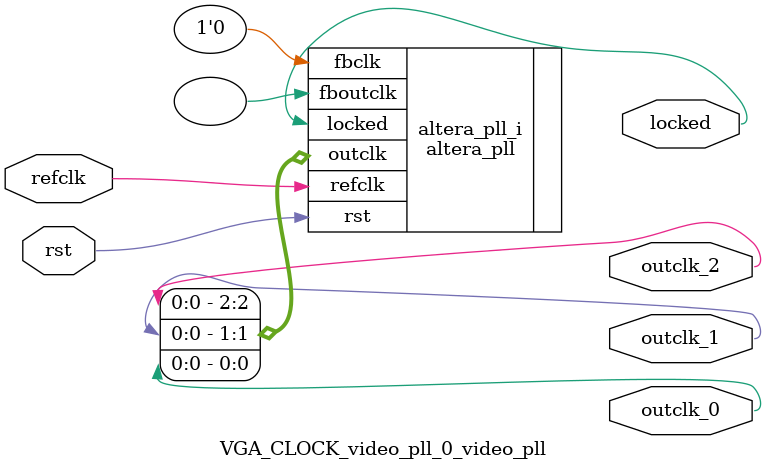
<source format=v>
`timescale 1ns/10ps
module  VGA_CLOCK_video_pll_0_video_pll(

	// interface 'refclk'
	input wire refclk,

	// interface 'reset'
	input wire rst,

	// interface 'outclk0'
	output wire outclk_0,

	// interface 'outclk1'
	output wire outclk_1,

	// interface 'outclk2'
	output wire outclk_2,

	// interface 'locked'
	output wire locked
);

	altera_pll #(
		.fractional_vco_multiplier("false"),
		.reference_clock_frequency("50.0 MHz"),
		.operation_mode("direct"),
		.number_of_clocks(3),
		.output_clock_frequency0("25.000000 MHz"),
		.phase_shift0("0 ps"),
		.duty_cycle0(50),
		.output_clock_frequency1("107.692307 MHz"),
		.phase_shift1("0 ps"),
		.duty_cycle1(50),
		.output_clock_frequency2("33.333333 MHz"),
		.phase_shift2("0 ps"),
		.duty_cycle2(50),
		.output_clock_frequency3("0 MHz"),
		.phase_shift3("0 ps"),
		.duty_cycle3(50),
		.output_clock_frequency4("0 MHz"),
		.phase_shift4("0 ps"),
		.duty_cycle4(50),
		.output_clock_frequency5("0 MHz"),
		.phase_shift5("0 ps"),
		.duty_cycle5(50),
		.output_clock_frequency6("0 MHz"),
		.phase_shift6("0 ps"),
		.duty_cycle6(50),
		.output_clock_frequency7("0 MHz"),
		.phase_shift7("0 ps"),
		.duty_cycle7(50),
		.output_clock_frequency8("0 MHz"),
		.phase_shift8("0 ps"),
		.duty_cycle8(50),
		.output_clock_frequency9("0 MHz"),
		.phase_shift9("0 ps"),
		.duty_cycle9(50),
		.output_clock_frequency10("0 MHz"),
		.phase_shift10("0 ps"),
		.duty_cycle10(50),
		.output_clock_frequency11("0 MHz"),
		.phase_shift11("0 ps"),
		.duty_cycle11(50),
		.output_clock_frequency12("0 MHz"),
		.phase_shift12("0 ps"),
		.duty_cycle12(50),
		.output_clock_frequency13("0 MHz"),
		.phase_shift13("0 ps"),
		.duty_cycle13(50),
		.output_clock_frequency14("0 MHz"),
		.phase_shift14("0 ps"),
		.duty_cycle14(50),
		.output_clock_frequency15("0 MHz"),
		.phase_shift15("0 ps"),
		.duty_cycle15(50),
		.output_clock_frequency16("0 MHz"),
		.phase_shift16("0 ps"),
		.duty_cycle16(50),
		.output_clock_frequency17("0 MHz"),
		.phase_shift17("0 ps"),
		.duty_cycle17(50),
		.pll_type("General"),
		.pll_subtype("General")
	) altera_pll_i (
		.rst	(rst),
		.outclk	({outclk_2, outclk_1, outclk_0}),
		.locked	(locked),
		.fboutclk	( ),
		.fbclk	(1'b0),
		.refclk	(refclk)
	);
endmodule


</source>
